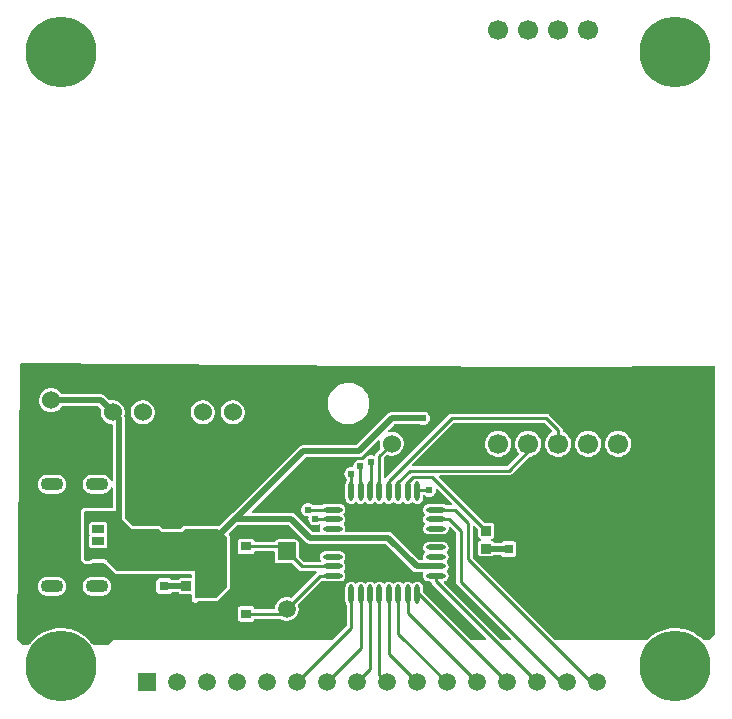
<source format=gtl>
G04 Layer: TopLayer*
G04 EasyEDA v6.5.42, 2024-06-29 11:35:46*
G04 3b8aa43405674a7c8d552062a6d3ea0b,8e72fd04a6c14d66a7e837eb9aaabff2,10*
G04 Gerber Generator version 0.2*
G04 Scale: 100 percent, Rotated: No, Reflected: No *
G04 Dimensions in millimeters *
G04 leading zeros omitted , absolute positions ,4 integer and 5 decimal *
%FSLAX45Y45*%
%MOMM*%

%AMMACRO1*21,1,$1,$2,0,0,$3*%
%ADD10C,0.2500*%
%ADD11C,0.5000*%
%ADD12C,0.2540*%
%ADD13MACRO1,0.864X0.8065X-90.0000*%
%ADD14MACRO1,0.864X0.8065X0.0000*%
%ADD15R,0.8640X0.8065*%
%ADD16R,0.8000X0.8000*%
%ADD17MACRO1,1.728X1.485X0.0000*%
%ADD18R,1.7280X1.4850*%
%ADD19MACRO1,2.7X1.635X0.0000*%
%ADD20R,2.7000X1.6350*%
%ADD21R,1.0000X0.8000*%
%ADD22R,1.0000X0.7000*%
%ADD23R,0.9000X0.8000*%
%ADD24O,0.4500118X1.6500094*%
%ADD25O,1.6500094X0.4500118*%
%ADD26C,1.5240*%
%ADD27R,1.5000X1.5000*%
%ADD28C,1.5000*%
%ADD29C,1.7000*%
%ADD30R,1.4999X1.4999*%
%ADD31C,1.4999*%
%ADD32O,1.8999962X1.0999978000000001*%
%ADD33C,6.0000*%
%ADD34C,0.6200*%
%ADD35C,0.0179*%

%LPD*%
G36*
X1548841Y977595D02*
G01*
X1544370Y977696D01*
X1540408Y979678D01*
X1537665Y983234D01*
X1536700Y987552D01*
X1536700Y1205484D01*
X1535684Y1206500D01*
X880516Y1206500D01*
X876604Y1207262D01*
X873302Y1209497D01*
X790956Y1291844D01*
X787146Y1297432D01*
X783082Y1301496D01*
X778154Y1304594D01*
X772718Y1306474D01*
X766368Y1307185D01*
X667512Y1307185D01*
X661212Y1306474D01*
X655726Y1304594D01*
X650849Y1301496D01*
X647700Y1298397D01*
X644398Y1296162D01*
X640537Y1295400D01*
X613816Y1295400D01*
X609904Y1296162D01*
X606602Y1298397D01*
X599897Y1305102D01*
X597662Y1308404D01*
X596900Y1312316D01*
X596900Y1704339D01*
X597662Y1708251D01*
X599897Y1711502D01*
X603148Y1713738D01*
X607060Y1714500D01*
X891540Y1714500D01*
X895451Y1713738D01*
X898702Y1711502D01*
X900937Y1708251D01*
X901700Y1704339D01*
X901700Y1664716D01*
X902411Y1662988D01*
X1002588Y1562811D01*
X1004316Y1562100D01*
X1227683Y1562100D01*
X1231595Y1561338D01*
X1234897Y1559102D01*
X1256588Y1537411D01*
X1258316Y1536700D01*
X1421384Y1536700D01*
X1423111Y1537411D01*
X1444802Y1559102D01*
X1448104Y1561338D01*
X1452016Y1562100D01*
X1722983Y1562100D01*
X1726895Y1561338D01*
X1730197Y1559102D01*
X1751888Y1537411D01*
X1753616Y1536700D01*
X1761083Y1536700D01*
X1764995Y1535938D01*
X1768297Y1533702D01*
X1800402Y1501597D01*
X1802638Y1498295D01*
X1803400Y1494383D01*
X1803400Y1071016D01*
X1802638Y1067104D01*
X1800402Y1063802D01*
X1717497Y980897D01*
X1714195Y978662D01*
X1710283Y977900D01*
X1550416Y977900D01*
G37*

%LPC*%
G36*
X667512Y1400403D02*
G01*
X766368Y1400403D01*
X772718Y1401114D01*
X778154Y1402994D01*
X783082Y1406093D01*
X787146Y1410208D01*
X790244Y1415084D01*
X792124Y1420571D01*
X792886Y1426870D01*
X792886Y1495704D01*
X792124Y1502054D01*
X790092Y1507947D01*
X789533Y1511300D01*
X790092Y1514652D01*
X792124Y1520545D01*
X792886Y1526895D01*
X792886Y1595729D01*
X792124Y1602028D01*
X790244Y1607515D01*
X787146Y1612392D01*
X783082Y1616506D01*
X778154Y1619605D01*
X772718Y1621485D01*
X766368Y1622196D01*
X667512Y1622196D01*
X661212Y1621485D01*
X655726Y1619605D01*
X650849Y1616506D01*
X646734Y1612392D01*
X643686Y1607515D01*
X641756Y1602028D01*
X641045Y1595729D01*
X641045Y1526895D01*
X641756Y1520545D01*
X643839Y1514652D01*
X644398Y1511300D01*
X643839Y1507947D01*
X641756Y1502054D01*
X641045Y1495704D01*
X641045Y1426870D01*
X641756Y1420571D01*
X643686Y1415084D01*
X646734Y1410208D01*
X650849Y1406093D01*
X655726Y1402994D01*
X661212Y1401114D01*
G37*

%LPD*%
G36*
X4130497Y622300D02*
G01*
X4126636Y623062D01*
X4123334Y625297D01*
X3643731Y1104849D01*
X3641445Y1108354D01*
X3640785Y1112520D01*
X3641801Y1116584D01*
X3644442Y1119835D01*
X3648151Y1121816D01*
X3651250Y1122680D01*
X3659225Y1126693D01*
X3666388Y1132078D01*
X3672382Y1138631D01*
X3677056Y1146251D01*
X3680307Y1154582D01*
X3681933Y1163320D01*
X3681933Y1172260D01*
X3680307Y1181049D01*
X3677056Y1189380D01*
X3672382Y1196949D01*
X3668725Y1200962D01*
X3666744Y1204112D01*
X3666083Y1207820D01*
X3666744Y1211478D01*
X3668725Y1214628D01*
X3672382Y1218641D01*
X3677056Y1226261D01*
X3680307Y1234541D01*
X3681933Y1243330D01*
X3681933Y1252270D01*
X3680307Y1261059D01*
X3677056Y1269339D01*
X3672382Y1276959D01*
X3668725Y1280972D01*
X3666744Y1284122D01*
X3666083Y1287780D01*
X3666744Y1291488D01*
X3668725Y1294638D01*
X3672382Y1298651D01*
X3677056Y1306220D01*
X3680307Y1314551D01*
X3681933Y1323340D01*
X3681933Y1332280D01*
X3680307Y1341018D01*
X3677056Y1349349D01*
X3672382Y1356969D01*
X3668725Y1360932D01*
X3666744Y1364132D01*
X3666083Y1367790D01*
X3666744Y1371447D01*
X3668725Y1374648D01*
X3672382Y1378661D01*
X3677056Y1386230D01*
X3680307Y1394561D01*
X3681933Y1403350D01*
X3681933Y1412240D01*
X3680307Y1421028D01*
X3677056Y1429359D01*
X3672382Y1436928D01*
X3666388Y1443532D01*
X3659225Y1448917D01*
X3651250Y1452880D01*
X3642664Y1455318D01*
X3633317Y1456232D01*
X3514242Y1456232D01*
X3504895Y1455318D01*
X3496310Y1452880D01*
X3488334Y1448917D01*
X3481171Y1443532D01*
X3475177Y1436928D01*
X3470503Y1429359D01*
X3467252Y1421028D01*
X3465626Y1412240D01*
X3465626Y1403350D01*
X3467252Y1394561D01*
X3470503Y1386230D01*
X3475177Y1378661D01*
X3478834Y1374648D01*
X3480815Y1371447D01*
X3481476Y1367790D01*
X3480815Y1364132D01*
X3478834Y1360932D01*
X3475177Y1356969D01*
X3470503Y1349349D01*
X3467252Y1341018D01*
X3465626Y1332280D01*
X3465626Y1323340D01*
X3467252Y1314551D01*
X3468065Y1312519D01*
X3468725Y1308658D01*
X3467912Y1304848D01*
X3465677Y1301597D01*
X3462426Y1299464D01*
X3458565Y1298702D01*
X3438398Y1298702D01*
X3434486Y1299464D01*
X3431235Y1301699D01*
X3209239Y1523644D01*
X3205835Y1526794D01*
X3202279Y1529486D01*
X3198520Y1531874D01*
X3194608Y1533956D01*
X3190494Y1535633D01*
X3186277Y1536954D01*
X3181908Y1537919D01*
X3177540Y1538528D01*
X3172866Y1538732D01*
X2815234Y1538732D01*
X2811373Y1539443D01*
X2808122Y1541627D01*
X2805887Y1544878D01*
X2805074Y1548688D01*
X2805734Y1552549D01*
X2806547Y1554581D01*
X2808173Y1563319D01*
X2808173Y1572260D01*
X2806547Y1581048D01*
X2803296Y1589379D01*
X2798622Y1596948D01*
X2794965Y1600962D01*
X2792984Y1604111D01*
X2792323Y1607820D01*
X2792984Y1611477D01*
X2794965Y1614627D01*
X2798622Y1618640D01*
X2803296Y1626260D01*
X2806547Y1634540D01*
X2808173Y1643329D01*
X2808173Y1652270D01*
X2806547Y1661058D01*
X2803296Y1669338D01*
X2798622Y1676958D01*
X2794965Y1680972D01*
X2792984Y1684121D01*
X2792323Y1687779D01*
X2792984Y1691487D01*
X2794965Y1694637D01*
X2798622Y1698650D01*
X2803296Y1706219D01*
X2806547Y1714550D01*
X2808173Y1723339D01*
X2808173Y1732280D01*
X2806547Y1741017D01*
X2803296Y1749348D01*
X2798622Y1756968D01*
X2792628Y1763522D01*
X2785465Y1768906D01*
X2777490Y1772920D01*
X2768904Y1775358D01*
X2759557Y1776222D01*
X2640482Y1776222D01*
X2631135Y1775358D01*
X2622550Y1772920D01*
X2614574Y1768906D01*
X2610256Y1766316D01*
X2607056Y1765807D01*
X2535021Y1765807D01*
X2531059Y1766620D01*
X2519019Y1775612D01*
X2510383Y1779981D01*
X2501188Y1782775D01*
X2491638Y1784045D01*
X2481986Y1783588D01*
X2472537Y1781556D01*
X2463596Y1778000D01*
X2455367Y1772920D01*
X2448153Y1766570D01*
X2442057Y1759051D01*
X2437384Y1750618D01*
X2434183Y1741525D01*
X2432558Y1732025D01*
X2432558Y1722374D01*
X2434183Y1712874D01*
X2437384Y1703781D01*
X2442057Y1695348D01*
X2448153Y1687830D01*
X2455367Y1681480D01*
X2463596Y1676400D01*
X2472537Y1672843D01*
X2481986Y1670812D01*
X2486964Y1670557D01*
X2491079Y1669491D01*
X2494432Y1666798D01*
X2496362Y1662988D01*
X2496515Y1658721D01*
X2496058Y1655825D01*
X2496058Y1646174D01*
X2497683Y1636674D01*
X2500884Y1627581D01*
X2505557Y1619148D01*
X2511653Y1611630D01*
X2518867Y1605280D01*
X2527096Y1600200D01*
X2536037Y1596644D01*
X2545486Y1594612D01*
X2555138Y1594154D01*
X2564688Y1595424D01*
X2573883Y1598218D01*
X2582926Y1602790D01*
X2586837Y1603857D01*
X2590850Y1603298D01*
X2594356Y1601216D01*
X2596743Y1597964D01*
X2597658Y1594053D01*
X2596997Y1590040D01*
X2593492Y1581048D01*
X2591866Y1572260D01*
X2591866Y1563319D01*
X2593492Y1554581D01*
X2594305Y1552549D01*
X2594965Y1548688D01*
X2594152Y1544878D01*
X2591917Y1541627D01*
X2588666Y1539443D01*
X2584805Y1538732D01*
X2537968Y1538732D01*
X2534107Y1539494D01*
X2530805Y1541678D01*
X2385669Y1686864D01*
X2382215Y1690014D01*
X2378710Y1692706D01*
X2374950Y1695094D01*
X2370988Y1697126D01*
X2366924Y1698853D01*
X2362657Y1700174D01*
X2358339Y1701139D01*
X2353919Y1701698D01*
X2349296Y1701901D01*
X2027021Y1701901D01*
X2023160Y1702663D01*
X2019858Y1704898D01*
X2017623Y1708200D01*
X2016861Y1712061D01*
X2017623Y1715973D01*
X2019858Y1719275D01*
X2469235Y2168601D01*
X2472486Y2170836D01*
X2476398Y2171598D01*
X2922371Y2171649D01*
X2926486Y2170938D01*
X2929382Y2172258D01*
X2934157Y2173325D01*
X2938424Y2174646D01*
X2942488Y2176373D01*
X2946450Y2178405D01*
X2950210Y2180793D01*
X2953715Y2183485D01*
X2957169Y2186635D01*
X3082544Y2312060D01*
X3085998Y2314346D01*
X3090113Y2315057D01*
X3094126Y2314041D01*
X3097377Y2311552D01*
X3099409Y2307945D01*
X3099866Y2303830D01*
X3098393Y2289403D01*
X3098850Y2275789D01*
X3101086Y2262327D01*
X3104337Y2251913D01*
X3104743Y2248306D01*
X3103880Y2244750D01*
X3101797Y2241702D01*
X3070098Y2210003D01*
X3065018Y2203805D01*
X3061462Y2197150D01*
X3059785Y2191664D01*
X3057601Y2187803D01*
X3054045Y2185263D01*
X3049727Y2184450D01*
X3045460Y2185517D01*
X3043783Y2186381D01*
X3034588Y2189175D01*
X3025038Y2190445D01*
X3015386Y2189988D01*
X3005937Y2187956D01*
X2996996Y2184400D01*
X2988767Y2179320D01*
X2981553Y2172970D01*
X2975457Y2165451D01*
X2970784Y2157018D01*
X2969615Y2153666D01*
X2967329Y2150059D01*
X2963824Y2147620D01*
X2959608Y2146909D01*
X2945688Y2151075D01*
X2936036Y2152345D01*
X2931922Y2152192D01*
X2927908Y2152954D01*
X2924911Y2151583D01*
X2917037Y2149856D01*
X2908096Y2146300D01*
X2899867Y2141220D01*
X2892653Y2134870D01*
X2886557Y2127351D01*
X2881884Y2118918D01*
X2878683Y2109825D01*
X2877058Y2100326D01*
X2877058Y2098192D01*
X2876143Y2093975D01*
X2873603Y2090521D01*
X2869844Y2088438D01*
X2865577Y2088083D01*
X2859938Y2088845D01*
X2850286Y2088388D01*
X2840837Y2086356D01*
X2831896Y2082800D01*
X2823667Y2077720D01*
X2816453Y2071370D01*
X2810357Y2063851D01*
X2805684Y2055418D01*
X2802483Y2046325D01*
X2800858Y2036825D01*
X2800858Y2027174D01*
X2802483Y2017674D01*
X2805684Y2008581D01*
X2810357Y2000148D01*
X2816656Y1992426D01*
X2818333Y1989429D01*
X2818892Y1986025D01*
X2818892Y1978914D01*
X2818384Y1975713D01*
X2815793Y1971395D01*
X2811780Y1963420D01*
X2809341Y1954834D01*
X2808478Y1945487D01*
X2808478Y1826412D01*
X2809341Y1817065D01*
X2811780Y1808480D01*
X2815793Y1800504D01*
X2821178Y1793341D01*
X2827731Y1787347D01*
X2835351Y1782673D01*
X2843682Y1779422D01*
X2852420Y1777796D01*
X2861360Y1777796D01*
X2870149Y1779422D01*
X2878480Y1782673D01*
X2886049Y1787347D01*
X2890062Y1791004D01*
X2893212Y1792986D01*
X2896920Y1793646D01*
X2900578Y1792986D01*
X2903728Y1791004D01*
X2907741Y1787347D01*
X2915361Y1782673D01*
X2923641Y1779422D01*
X2932430Y1777796D01*
X2941370Y1777796D01*
X2950159Y1779422D01*
X2958439Y1782673D01*
X2966059Y1787347D01*
X2970072Y1791004D01*
X2973222Y1792986D01*
X2976880Y1793646D01*
X2980588Y1792986D01*
X2983738Y1791004D01*
X2987751Y1787347D01*
X2995320Y1782673D01*
X3003651Y1779422D01*
X3012440Y1777796D01*
X3021380Y1777796D01*
X3030118Y1779422D01*
X3038449Y1782673D01*
X3046069Y1787347D01*
X3050032Y1791004D01*
X3053232Y1792986D01*
X3056890Y1793646D01*
X3060547Y1792986D01*
X3063748Y1791004D01*
X3067761Y1787347D01*
X3075330Y1782673D01*
X3083661Y1779422D01*
X3092450Y1777796D01*
X3101340Y1777796D01*
X3110128Y1779422D01*
X3118459Y1782673D01*
X3126028Y1787347D01*
X3130042Y1791004D01*
X3133242Y1792986D01*
X3136900Y1793646D01*
X3140557Y1792986D01*
X3143758Y1791004D01*
X3147771Y1787347D01*
X3155340Y1782673D01*
X3163671Y1779422D01*
X3172460Y1777796D01*
X3181350Y1777796D01*
X3190138Y1779422D01*
X3198469Y1782673D01*
X3206038Y1787347D01*
X3210052Y1791004D01*
X3213252Y1792986D01*
X3216910Y1793646D01*
X3220567Y1792986D01*
X3223768Y1791004D01*
X3227730Y1787347D01*
X3235350Y1782673D01*
X3243681Y1779422D01*
X3252419Y1777796D01*
X3261360Y1777796D01*
X3270148Y1779422D01*
X3278479Y1782673D01*
X3286048Y1787347D01*
X3290062Y1791004D01*
X3293211Y1792986D01*
X3296920Y1793646D01*
X3300577Y1792986D01*
X3303727Y1791004D01*
X3307740Y1787347D01*
X3315360Y1782673D01*
X3323640Y1779422D01*
X3332429Y1777796D01*
X3341370Y1777796D01*
X3350158Y1779422D01*
X3358438Y1782673D01*
X3366058Y1787347D01*
X3370072Y1791004D01*
X3373221Y1792986D01*
X3376879Y1793646D01*
X3380587Y1792986D01*
X3383737Y1791004D01*
X3387750Y1787347D01*
X3395319Y1782673D01*
X3403650Y1779422D01*
X3412439Y1777796D01*
X3421379Y1777796D01*
X3430117Y1779422D01*
X3438448Y1782673D01*
X3446068Y1787347D01*
X3452622Y1793341D01*
X3458006Y1800504D01*
X3462020Y1808480D01*
X3464458Y1817065D01*
X3465322Y1826412D01*
X3465322Y1840636D01*
X3466033Y1844395D01*
X3468115Y1847646D01*
X3471265Y1849882D01*
X3475024Y1850796D01*
X3478834Y1850186D01*
X3482187Y1848256D01*
X3484067Y1846580D01*
X3492296Y1841500D01*
X3501237Y1837943D01*
X3510686Y1835912D01*
X3520338Y1835454D01*
X3529888Y1836724D01*
X3539083Y1839518D01*
X3547719Y1843887D01*
X3555492Y1849628D01*
X3562146Y1856587D01*
X3567531Y1864563D01*
X3571544Y1873351D01*
X3573932Y1882698D01*
X3574796Y1892300D01*
X3574592Y1894484D01*
X3575050Y1898599D01*
X3577132Y1902104D01*
X3580434Y1904593D01*
X3584397Y1905507D01*
X3588461Y1904796D01*
X3591915Y1902561D01*
X3710787Y1783638D01*
X3712972Y1780387D01*
X3713734Y1776475D01*
X3712972Y1772564D01*
X3710787Y1769313D01*
X3707485Y1767078D01*
X3703574Y1766316D01*
X3666083Y1766316D01*
X3662883Y1766824D01*
X3659225Y1768906D01*
X3651250Y1772920D01*
X3642664Y1775358D01*
X3633317Y1776222D01*
X3514242Y1776222D01*
X3504895Y1775358D01*
X3496310Y1772920D01*
X3488334Y1768906D01*
X3481171Y1763522D01*
X3475177Y1756968D01*
X3470503Y1749348D01*
X3467252Y1741017D01*
X3465626Y1732280D01*
X3465626Y1723339D01*
X3467252Y1714550D01*
X3470503Y1706219D01*
X3475177Y1698650D01*
X3478834Y1694637D01*
X3480815Y1691487D01*
X3481476Y1687779D01*
X3480815Y1684121D01*
X3478834Y1680972D01*
X3475177Y1676958D01*
X3470503Y1669338D01*
X3467252Y1661058D01*
X3465626Y1652270D01*
X3465626Y1643329D01*
X3467252Y1634540D01*
X3470503Y1626260D01*
X3475177Y1618640D01*
X3478834Y1614627D01*
X3480815Y1611477D01*
X3481476Y1607820D01*
X3480815Y1604111D01*
X3478834Y1600962D01*
X3475177Y1596948D01*
X3470503Y1589379D01*
X3467252Y1581048D01*
X3465626Y1572260D01*
X3465626Y1563319D01*
X3467252Y1554581D01*
X3470503Y1546250D01*
X3475177Y1538630D01*
X3481171Y1532077D01*
X3488334Y1526692D01*
X3496310Y1522679D01*
X3504895Y1520240D01*
X3514242Y1519377D01*
X3633317Y1519377D01*
X3642664Y1520240D01*
X3651250Y1522679D01*
X3659225Y1526692D01*
X3666388Y1532077D01*
X3672382Y1538630D01*
X3677056Y1546250D01*
X3680307Y1554581D01*
X3681933Y1563319D01*
X3681933Y1572920D01*
X3682695Y1576832D01*
X3684930Y1580134D01*
X3688232Y1582318D01*
X3692093Y1583080D01*
X3696004Y1582318D01*
X3699306Y1580134D01*
X3742994Y1536395D01*
X3745229Y1533093D01*
X3745992Y1529181D01*
X3745992Y1118108D01*
X3746804Y1110081D01*
X3748989Y1102868D01*
X3752545Y1096162D01*
X3757676Y1089964D01*
X4207967Y639622D01*
X4210151Y636371D01*
X4210913Y632460D01*
X4210151Y628548D01*
X4207967Y625297D01*
X4204665Y623062D01*
X4200753Y622300D01*
G37*

%LPD*%
G36*
X74066Y584200D02*
G01*
X70154Y584962D01*
X66903Y587197D01*
X34798Y619302D01*
X32562Y622604D01*
X31800Y626567D01*
X57048Y2961640D01*
X57861Y2965551D01*
X60096Y2968802D01*
X63398Y2970987D01*
X67310Y2971698D01*
X3067050Y2946400D01*
X4527600Y2933700D01*
X5926988Y2946298D01*
X5930900Y2945536D01*
X5934252Y2943352D01*
X5936488Y2940050D01*
X5937250Y2936138D01*
X5937250Y677316D01*
X5936488Y673404D01*
X5934303Y670102D01*
X5889447Y625297D01*
X5886145Y623062D01*
X5882233Y622300D01*
X5842508Y622300D01*
X5838393Y623163D01*
X5834989Y625652D01*
X5832652Y628192D01*
X5814263Y645566D01*
X5794603Y661416D01*
X5773724Y675741D01*
X5751830Y688340D01*
X5729071Y699262D01*
X5705449Y708355D01*
X5681268Y715619D01*
X5656580Y720953D01*
X5631535Y724357D01*
X5606288Y725830D01*
X5581040Y725373D01*
X5555843Y722934D01*
X5530951Y718515D01*
X5506516Y712216D01*
X5482590Y704037D01*
X5459374Y694029D01*
X5437022Y682244D01*
X5415635Y668782D01*
X5395366Y653694D01*
X5376316Y637082D01*
X5364835Y625348D01*
X5361533Y623112D01*
X5357571Y622300D01*
X4592726Y622300D01*
X4588814Y623062D01*
X4585512Y625297D01*
X3889705Y1321104D01*
X3887470Y1324406D01*
X3886708Y1328318D01*
X3886708Y1583182D01*
X3887470Y1587093D01*
X3889705Y1590395D01*
X3892956Y1592580D01*
X3896868Y1593342D01*
X3900779Y1592580D01*
X3904030Y1590395D01*
X3928414Y1566011D01*
X3930599Y1562709D01*
X3931412Y1558848D01*
X3931412Y1508760D01*
X3932123Y1502460D01*
X3934002Y1496974D01*
X3937101Y1492097D01*
X3941165Y1487982D01*
X3946093Y1484934D01*
X3952138Y1482801D01*
X3955694Y1480667D01*
X3958132Y1477264D01*
X3958945Y1473200D01*
X3958132Y1469136D01*
X3955694Y1465732D01*
X3952138Y1463598D01*
X3946093Y1461465D01*
X3941165Y1458417D01*
X3937101Y1454302D01*
X3934002Y1449425D01*
X3932123Y1443939D01*
X3931412Y1437640D01*
X3931412Y1358138D01*
X3932123Y1351788D01*
X3934002Y1346352D01*
X3937101Y1341424D01*
X3941165Y1337360D01*
X3946093Y1334262D01*
X3951528Y1332331D01*
X3957878Y1331620D01*
X4043121Y1331620D01*
X4049471Y1332331D01*
X4054906Y1334262D01*
X4059834Y1337360D01*
X4061815Y1339392D01*
X4065117Y1341577D01*
X4069029Y1342339D01*
X4121912Y1342339D01*
X4125264Y1341780D01*
X4128262Y1340104D01*
X4130801Y1337157D01*
X4134916Y1333042D01*
X4139793Y1329944D01*
X4145279Y1328064D01*
X4151579Y1327353D01*
X4230420Y1327353D01*
X4236770Y1328064D01*
X4242206Y1329944D01*
X4247134Y1333042D01*
X4251198Y1337157D01*
X4254296Y1342034D01*
X4256227Y1347520D01*
X4256938Y1353820D01*
X4256938Y1432661D01*
X4256227Y1439011D01*
X4254296Y1444447D01*
X4251198Y1449374D01*
X4247134Y1453438D01*
X4242206Y1456537D01*
X4236770Y1458468D01*
X4230420Y1459179D01*
X4151579Y1459179D01*
X4145279Y1458468D01*
X4139793Y1456537D01*
X4134916Y1453438D01*
X4128262Y1446377D01*
X4125264Y1444752D01*
X4121912Y1444142D01*
X4075887Y1444142D01*
X4072534Y1444752D01*
X4069587Y1446377D01*
X4067301Y1448917D01*
X4063898Y1454302D01*
X4059834Y1458417D01*
X4054906Y1461465D01*
X4048861Y1463598D01*
X4045305Y1465732D01*
X4042867Y1469136D01*
X4042054Y1473200D01*
X4042867Y1477264D01*
X4045305Y1480667D01*
X4048861Y1482801D01*
X4054906Y1484934D01*
X4059834Y1487982D01*
X4063898Y1492097D01*
X4066997Y1496974D01*
X4068876Y1502460D01*
X4069587Y1508760D01*
X4069587Y1588262D01*
X4068876Y1594612D01*
X4066997Y1600047D01*
X4063898Y1604975D01*
X4059834Y1609039D01*
X4054906Y1612138D01*
X4049471Y1614068D01*
X4043121Y1614779D01*
X3993083Y1614779D01*
X3989222Y1615541D01*
X3985920Y1617726D01*
X3602177Y2001469D01*
X3599992Y2004720D01*
X3599230Y2008632D01*
X3599992Y2012543D01*
X3602177Y2015794D01*
X3605479Y2018030D01*
X3609390Y2018792D01*
X4190492Y2018792D01*
X4198518Y2019604D01*
X4205732Y2021789D01*
X4212437Y2025345D01*
X4218635Y2030475D01*
X4361129Y2172919D01*
X4363821Y2174900D01*
X4367022Y2175814D01*
X4377283Y2177135D01*
X4391050Y2180742D01*
X4404207Y2186076D01*
X4416602Y2193086D01*
X4427982Y2201570D01*
X4438192Y2211425D01*
X4447032Y2222550D01*
X4454398Y2234692D01*
X4460189Y2247696D01*
X4464202Y2261311D01*
X4466488Y2275332D01*
X4466945Y2289556D01*
X4465574Y2303678D01*
X4462424Y2317546D01*
X4457496Y2330907D01*
X4450943Y2343505D01*
X4442815Y2355138D01*
X4433265Y2365654D01*
X4422444Y2374849D01*
X4410506Y2382621D01*
X4397705Y2388768D01*
X4384243Y2393238D01*
X4370273Y2395982D01*
X4356100Y2396896D01*
X4341926Y2395982D01*
X4327956Y2393238D01*
X4314494Y2388768D01*
X4301693Y2382621D01*
X4289755Y2374849D01*
X4278934Y2365654D01*
X4269384Y2355138D01*
X4261256Y2343505D01*
X4254703Y2330907D01*
X4249775Y2317546D01*
X4246626Y2303678D01*
X4245254Y2289556D01*
X4245711Y2275332D01*
X4247997Y2261311D01*
X4252061Y2247696D01*
X4257802Y2234692D01*
X4265168Y2222550D01*
X4277207Y2207260D01*
X4278020Y2203348D01*
X4277258Y2199386D01*
X4275074Y2196084D01*
X4177995Y2099005D01*
X4174693Y2096770D01*
X4170781Y2096007D01*
X3381654Y2096007D01*
X3377742Y2096770D01*
X3374440Y2099005D01*
X3372256Y2102256D01*
X3371494Y2106168D01*
X3372256Y2110079D01*
X3374440Y2113330D01*
X3721404Y2460294D01*
X3724706Y2462530D01*
X3728618Y2463292D01*
X4488281Y2463292D01*
X4492193Y2462530D01*
X4495495Y2460294D01*
X4557420Y2398369D01*
X4559808Y2394610D01*
X4560366Y2390140D01*
X4558893Y2385872D01*
X4555794Y2382672D01*
X4543755Y2374849D01*
X4532934Y2365654D01*
X4523384Y2355138D01*
X4515256Y2343505D01*
X4508703Y2330907D01*
X4503775Y2317546D01*
X4500626Y2303678D01*
X4499254Y2289556D01*
X4499711Y2275332D01*
X4501997Y2261311D01*
X4506061Y2247696D01*
X4511802Y2234692D01*
X4519168Y2222550D01*
X4528007Y2211425D01*
X4538218Y2201570D01*
X4549597Y2193086D01*
X4561992Y2186076D01*
X4575149Y2180742D01*
X4588916Y2177135D01*
X4602988Y2175357D01*
X4617212Y2175357D01*
X4631283Y2177135D01*
X4645050Y2180742D01*
X4658207Y2186076D01*
X4670602Y2193086D01*
X4681982Y2201570D01*
X4692192Y2211425D01*
X4701032Y2222550D01*
X4708398Y2234692D01*
X4714189Y2247696D01*
X4718202Y2261311D01*
X4720488Y2275332D01*
X4720945Y2289556D01*
X4719574Y2303678D01*
X4716424Y2317546D01*
X4711496Y2330907D01*
X4704943Y2343505D01*
X4696815Y2355138D01*
X4687265Y2365654D01*
X4676444Y2374849D01*
X4664506Y2382621D01*
X4654448Y2387447D01*
X4651400Y2389682D01*
X4649419Y2392883D01*
X4648708Y2396591D01*
X4648708Y2399792D01*
X4647895Y2407818D01*
X4645710Y2415032D01*
X4642154Y2421737D01*
X4637024Y2427935D01*
X4536135Y2528824D01*
X4529937Y2533954D01*
X4523232Y2537510D01*
X4516018Y2539695D01*
X4507992Y2540508D01*
X3708908Y2540508D01*
X3700881Y2539695D01*
X3693668Y2537510D01*
X3686962Y2533954D01*
X3680764Y2528824D01*
X3152648Y2000757D01*
X3149346Y1998522D01*
X3145485Y1997760D01*
X3141573Y1998522D01*
X3138271Y2000757D01*
X3136087Y2004060D01*
X3135325Y2007920D01*
X3135325Y2162352D01*
X3136087Y2166264D01*
X3138271Y2169566D01*
X3156204Y2187448D01*
X3159302Y2189581D01*
X3162960Y2190445D01*
X3166719Y2189886D01*
X3173425Y2187549D01*
X3186785Y2184806D01*
X3200400Y2183892D01*
X3214014Y2184806D01*
X3227374Y2187549D01*
X3240278Y2192020D01*
X3252419Y2198166D01*
X3263646Y2205888D01*
X3273806Y2215032D01*
X3282594Y2225446D01*
X3289909Y2236927D01*
X3295650Y2249322D01*
X3299714Y2262327D01*
X3301949Y2275789D01*
X3302406Y2289403D01*
X3301085Y2302967D01*
X3297885Y2316226D01*
X3293008Y2328976D01*
X3286455Y2340914D01*
X3278378Y2351887D01*
X3268878Y2361692D01*
X3258159Y2370175D01*
X3246424Y2377135D01*
X3233877Y2382418D01*
X3220720Y2386025D01*
X3207207Y2387854D01*
X3193592Y2387854D01*
X3182670Y2386380D01*
X3178505Y2386685D01*
X3174796Y2388666D01*
X3172206Y2391968D01*
X3171190Y2396032D01*
X3171850Y2400147D01*
X3174136Y2403652D01*
X3218535Y2448001D01*
X3221786Y2450236D01*
X3225698Y2450998D01*
X3439820Y2450998D01*
X3443630Y2450236D01*
X3450437Y2447544D01*
X3459886Y2445512D01*
X3469538Y2445054D01*
X3479088Y2446324D01*
X3488283Y2449118D01*
X3496919Y2453487D01*
X3504692Y2459228D01*
X3511346Y2466187D01*
X3516731Y2474163D01*
X3520744Y2482951D01*
X3523132Y2492298D01*
X3523996Y2501900D01*
X3523132Y2511501D01*
X3520744Y2520848D01*
X3516731Y2529636D01*
X3511346Y2537612D01*
X3504692Y2544572D01*
X3496919Y2550312D01*
X3488283Y2554681D01*
X3479088Y2557475D01*
X3469538Y2558745D01*
X3459886Y2558288D01*
X3450437Y2556256D01*
X3443630Y2553563D01*
X3439820Y2552801D01*
X3200603Y2552801D01*
X3195980Y2552598D01*
X3191560Y2552039D01*
X3187242Y2551074D01*
X3182975Y2549753D01*
X3178911Y2548026D01*
X3174949Y2545994D01*
X3171190Y2543606D01*
X3167684Y2540914D01*
X3164230Y2537764D01*
X2902864Y2276398D01*
X2899613Y2274163D01*
X2895701Y2273401D01*
X2451303Y2273401D01*
X2446680Y2273198D01*
X2442260Y2272639D01*
X2437942Y2271674D01*
X2433675Y2270353D01*
X2429611Y2268626D01*
X2425649Y2266594D01*
X2421890Y2264206D01*
X2418384Y2261514D01*
X2414930Y2258364D01*
X1856130Y1699514D01*
X1853438Y1697583D01*
X1848205Y1695043D01*
X1844548Y1692706D01*
X1841042Y1690014D01*
X1837588Y1686864D01*
X1741068Y1590294D01*
X1737309Y1587906D01*
X1732838Y1587398D01*
X1726692Y1588008D01*
X1448104Y1588008D01*
X1442059Y1587347D01*
X1436573Y1585417D01*
X1431645Y1582318D01*
X1429258Y1580235D01*
X1414627Y1565605D01*
X1411325Y1563370D01*
X1407464Y1562608D01*
X1272235Y1562608D01*
X1268374Y1563370D01*
X1265072Y1565605D01*
X1250442Y1580235D01*
X1245666Y1584045D01*
X1240434Y1586534D01*
X1234795Y1587804D01*
X1231595Y1588008D01*
X1018235Y1588008D01*
X1014374Y1588770D01*
X1011072Y1591005D01*
X942898Y1659178D01*
X940663Y1662430D01*
X939901Y1666341D01*
X939901Y2501696D01*
X939698Y2506319D01*
X939139Y2510739D01*
X938174Y2515057D01*
X936599Y2519883D01*
X936142Y2522626D01*
X936396Y2525369D01*
X938885Y2535732D01*
X940206Y2549296D01*
X939749Y2562910D01*
X937514Y2576372D01*
X933450Y2589377D01*
X927709Y2601772D01*
X920394Y2613253D01*
X911606Y2623667D01*
X901446Y2632811D01*
X890219Y2640533D01*
X878078Y2646680D01*
X865174Y2651150D01*
X851814Y2653893D01*
X838200Y2654808D01*
X824585Y2653893D01*
X817016Y2652318D01*
X813663Y2652217D01*
X810514Y2653182D01*
X807770Y2655112D01*
X772769Y2690164D01*
X769315Y2693314D01*
X765810Y2696006D01*
X762050Y2698394D01*
X758088Y2700426D01*
X754024Y2702153D01*
X749757Y2703474D01*
X745439Y2704439D01*
X741019Y2704998D01*
X736396Y2705201D01*
X411632Y2705201D01*
X408533Y2705709D01*
X405688Y2707132D01*
X403453Y2709316D01*
X395478Y2720187D01*
X385978Y2729992D01*
X375259Y2738475D01*
X363524Y2745435D01*
X350977Y2750718D01*
X337820Y2754325D01*
X324307Y2756154D01*
X310692Y2756154D01*
X297180Y2754325D01*
X284022Y2750718D01*
X271475Y2745435D01*
X259740Y2738475D01*
X249021Y2729992D01*
X239521Y2720187D01*
X231444Y2709214D01*
X224891Y2697276D01*
X220014Y2684526D01*
X216814Y2671267D01*
X215493Y2657703D01*
X215950Y2644089D01*
X218186Y2630627D01*
X222250Y2617622D01*
X227990Y2605227D01*
X235305Y2593746D01*
X244094Y2583332D01*
X254254Y2574188D01*
X265480Y2566466D01*
X277622Y2560320D01*
X290525Y2555849D01*
X303885Y2553106D01*
X317500Y2552192D01*
X331114Y2553106D01*
X344474Y2555849D01*
X357378Y2560320D01*
X369519Y2566466D01*
X380746Y2574188D01*
X390906Y2583332D01*
X399694Y2593746D01*
X402844Y2598674D01*
X405130Y2601214D01*
X408076Y2602839D01*
X411429Y2603398D01*
X711301Y2603398D01*
X715213Y2602636D01*
X718464Y2600401D01*
X735736Y2583180D01*
X737616Y2580589D01*
X738581Y2577541D01*
X738530Y2574290D01*
X736650Y2562910D01*
X736193Y2549296D01*
X737514Y2535732D01*
X740714Y2522474D01*
X745591Y2509723D01*
X752144Y2497785D01*
X760222Y2486812D01*
X769721Y2477008D01*
X780440Y2468524D01*
X792175Y2461564D01*
X804722Y2456281D01*
X817880Y2452674D01*
X829310Y2451100D01*
X832764Y2449982D01*
X835558Y2447747D01*
X837437Y2444648D01*
X838098Y2441041D01*
X838098Y1979422D01*
X837285Y1975459D01*
X835050Y1972157D01*
X831697Y1969973D01*
X827735Y1969262D01*
X823823Y1970125D01*
X820521Y1972462D01*
X812495Y1987042D01*
X805586Y1996287D01*
X797407Y2004415D01*
X788162Y2011324D01*
X778052Y2016861D01*
X767232Y2020925D01*
X755954Y2023364D01*
X744067Y2024227D01*
X664819Y2024227D01*
X652932Y2023364D01*
X641654Y2020925D01*
X630834Y2016861D01*
X620725Y2011324D01*
X611479Y2004415D01*
X603351Y1996287D01*
X596392Y1987042D01*
X590905Y1976882D01*
X586841Y1966112D01*
X584403Y1954834D01*
X583590Y1943303D01*
X584403Y1931771D01*
X586841Y1920493D01*
X590905Y1909724D01*
X596392Y1899564D01*
X603351Y1890318D01*
X611479Y1882190D01*
X620725Y1875282D01*
X630834Y1869744D01*
X641654Y1865680D01*
X652932Y1863242D01*
X664819Y1862378D01*
X744067Y1862378D01*
X755954Y1863242D01*
X767232Y1865680D01*
X778052Y1869744D01*
X788162Y1875282D01*
X797407Y1882190D01*
X805586Y1890318D01*
X812495Y1899564D01*
X820521Y1914143D01*
X823823Y1916480D01*
X827735Y1917344D01*
X831697Y1916633D01*
X835050Y1914448D01*
X837285Y1911146D01*
X838098Y1907184D01*
X838098Y1750568D01*
X837336Y1746656D01*
X835101Y1743405D01*
X831799Y1741170D01*
X827938Y1740407D01*
X597458Y1740407D01*
X591159Y1739696D01*
X585673Y1737766D01*
X580796Y1734718D01*
X576681Y1730603D01*
X573633Y1725726D01*
X571703Y1720240D01*
X570992Y1713941D01*
X570992Y1308404D01*
X571652Y1302359D01*
X573582Y1296873D01*
X576681Y1291945D01*
X578764Y1289558D01*
X591058Y1277264D01*
X595833Y1273454D01*
X601065Y1270965D01*
X606704Y1269695D01*
X609904Y1269492D01*
X772464Y1269492D01*
X776325Y1268730D01*
X779627Y1266494D01*
X857758Y1188364D01*
X862533Y1184554D01*
X867765Y1182065D01*
X873404Y1180795D01*
X876604Y1180592D01*
X1500632Y1180592D01*
X1504543Y1179830D01*
X1507794Y1177594D01*
X1510030Y1174343D01*
X1510792Y1170432D01*
X1510792Y1158748D01*
X1510030Y1154887D01*
X1507794Y1151585D01*
X1504543Y1149400D01*
X1500632Y1148588D01*
X1421638Y1148588D01*
X1415288Y1147876D01*
X1409852Y1145997D01*
X1404924Y1142898D01*
X1400860Y1138834D01*
X1398574Y1135176D01*
X1396288Y1132636D01*
X1393291Y1130960D01*
X1389938Y1130401D01*
X1342847Y1130401D01*
X1339494Y1130960D01*
X1336497Y1132636D01*
X1333957Y1135634D01*
X1329842Y1139698D01*
X1324965Y1142796D01*
X1319479Y1144727D01*
X1313180Y1145438D01*
X1234338Y1145438D01*
X1227988Y1144727D01*
X1222552Y1142796D01*
X1217625Y1139698D01*
X1213561Y1135634D01*
X1210462Y1130706D01*
X1208532Y1125270D01*
X1207820Y1118920D01*
X1207820Y1040079D01*
X1208532Y1033780D01*
X1210462Y1028293D01*
X1213561Y1023416D01*
X1217625Y1019302D01*
X1222552Y1016203D01*
X1227988Y1014323D01*
X1234338Y1013612D01*
X1313180Y1013612D01*
X1319479Y1014323D01*
X1324965Y1016203D01*
X1329842Y1019302D01*
X1336497Y1026363D01*
X1339494Y1028039D01*
X1342847Y1028598D01*
X1389938Y1028598D01*
X1393291Y1028039D01*
X1396288Y1026363D01*
X1398574Y1023823D01*
X1400860Y1020165D01*
X1404924Y1016101D01*
X1409852Y1013002D01*
X1415288Y1011123D01*
X1421638Y1010412D01*
X1500632Y1010412D01*
X1504543Y1009599D01*
X1507794Y1007414D01*
X1510030Y1004112D01*
X1510792Y1000252D01*
X1510792Y965504D01*
X1511452Y959459D01*
X1513382Y953973D01*
X1516481Y949045D01*
X1520545Y944981D01*
X1525473Y941882D01*
X1530959Y939952D01*
X1533499Y939495D01*
X1539900Y939495D01*
X1545234Y940765D01*
X1550466Y943254D01*
X1552752Y944880D01*
X1557375Y949248D01*
X1560626Y951280D01*
X1564335Y951992D01*
X1714195Y951992D01*
X1720240Y952652D01*
X1725726Y954582D01*
X1730654Y957681D01*
X1733042Y959764D01*
X1821535Y1048258D01*
X1825345Y1053033D01*
X1827834Y1058265D01*
X1829104Y1063904D01*
X1829307Y1067104D01*
X1829307Y1498295D01*
X1828647Y1504340D01*
X1826768Y1509725D01*
X1824634Y1513382D01*
X1823313Y1517599D01*
X1823923Y1521968D01*
X1826260Y1525676D01*
X1897735Y1597101D01*
X1900986Y1599336D01*
X1904898Y1600098D01*
X2324201Y1600098D01*
X2328113Y1599336D01*
X2331364Y1597101D01*
X2476550Y1451965D01*
X2479954Y1448816D01*
X2483510Y1446123D01*
X2487269Y1443736D01*
X2491181Y1441653D01*
X2495296Y1439976D01*
X2499512Y1438656D01*
X2503881Y1437690D01*
X2508250Y1437081D01*
X2512923Y1436878D01*
X3147822Y1436878D01*
X3151682Y1436116D01*
X3154984Y1433931D01*
X3376929Y1211935D01*
X3380384Y1208786D01*
X3383889Y1206093D01*
X3387648Y1203706D01*
X3391611Y1201674D01*
X3395675Y1199946D01*
X3399942Y1198626D01*
X3404260Y1197660D01*
X3408679Y1197102D01*
X3413302Y1196898D01*
X3458565Y1196898D01*
X3462426Y1196136D01*
X3465677Y1194003D01*
X3467912Y1190752D01*
X3468725Y1186942D01*
X3468065Y1183081D01*
X3467252Y1181049D01*
X3465626Y1172260D01*
X3465626Y1163320D01*
X3467252Y1154582D01*
X3470503Y1146251D01*
X3475177Y1138631D01*
X3481171Y1132078D01*
X3488334Y1126693D01*
X3496310Y1122680D01*
X3504895Y1120241D01*
X3514242Y1119378D01*
X3526383Y1119378D01*
X3530600Y1118463D01*
X3534054Y1115923D01*
X3536137Y1112164D01*
X3538169Y1105458D01*
X3541725Y1098804D01*
X3546856Y1092555D01*
X3999737Y639622D01*
X4001973Y636371D01*
X4002735Y632460D01*
X4001973Y628548D01*
X3999737Y625297D01*
X3996436Y623062D01*
X3992575Y622300D01*
X3876497Y622300D01*
X3872636Y623062D01*
X3869334Y625297D01*
X3468268Y1026312D01*
X3466084Y1029614D01*
X3465322Y1033475D01*
X3465322Y1069187D01*
X3464458Y1078534D01*
X3462020Y1087120D01*
X3458006Y1095095D01*
X3452622Y1102258D01*
X3446068Y1108252D01*
X3438448Y1112926D01*
X3430117Y1116177D01*
X3421379Y1117803D01*
X3412439Y1117803D01*
X3403650Y1116177D01*
X3395319Y1112926D01*
X3387750Y1108252D01*
X3383737Y1104595D01*
X3380587Y1102614D01*
X3376879Y1101953D01*
X3373221Y1102614D01*
X3370072Y1104595D01*
X3366058Y1108252D01*
X3358438Y1112926D01*
X3350158Y1116177D01*
X3341370Y1117803D01*
X3332429Y1117803D01*
X3323640Y1116177D01*
X3315360Y1112926D01*
X3307740Y1108252D01*
X3303727Y1104595D01*
X3300577Y1102614D01*
X3296920Y1101953D01*
X3293211Y1102614D01*
X3290062Y1104595D01*
X3286048Y1108252D01*
X3278479Y1112926D01*
X3270148Y1116177D01*
X3261360Y1117803D01*
X3252419Y1117803D01*
X3243681Y1116177D01*
X3235350Y1112926D01*
X3227730Y1108252D01*
X3223768Y1104595D01*
X3220567Y1102614D01*
X3216910Y1101953D01*
X3213252Y1102614D01*
X3210052Y1104595D01*
X3206038Y1108252D01*
X3198469Y1112926D01*
X3190138Y1116177D01*
X3181350Y1117803D01*
X3172460Y1117803D01*
X3163671Y1116177D01*
X3155340Y1112926D01*
X3147771Y1108252D01*
X3143758Y1104595D01*
X3140557Y1102614D01*
X3136900Y1101953D01*
X3133242Y1102614D01*
X3130042Y1104595D01*
X3126028Y1108252D01*
X3118459Y1112926D01*
X3110128Y1116177D01*
X3101340Y1117803D01*
X3092450Y1117803D01*
X3083661Y1116177D01*
X3075330Y1112926D01*
X3067761Y1108252D01*
X3063748Y1104595D01*
X3060547Y1102614D01*
X3056890Y1101953D01*
X3053232Y1102614D01*
X3050032Y1104595D01*
X3046069Y1108252D01*
X3038449Y1112926D01*
X3030118Y1116177D01*
X3021380Y1117803D01*
X3012440Y1117803D01*
X3003651Y1116177D01*
X2995320Y1112926D01*
X2987751Y1108252D01*
X2983738Y1104595D01*
X2980588Y1102614D01*
X2976880Y1101953D01*
X2973222Y1102614D01*
X2970072Y1104595D01*
X2966059Y1108252D01*
X2958439Y1112926D01*
X2950159Y1116177D01*
X2941370Y1117803D01*
X2932430Y1117803D01*
X2923641Y1116177D01*
X2915361Y1112926D01*
X2907741Y1108252D01*
X2903728Y1104595D01*
X2900578Y1102614D01*
X2896920Y1101953D01*
X2893212Y1102614D01*
X2890062Y1104595D01*
X2886049Y1108252D01*
X2878480Y1112926D01*
X2870149Y1116177D01*
X2861360Y1117803D01*
X2852420Y1117803D01*
X2843682Y1116177D01*
X2835351Y1112926D01*
X2827731Y1108252D01*
X2821178Y1102258D01*
X2815793Y1095095D01*
X2811780Y1087120D01*
X2809341Y1078534D01*
X2808478Y1069187D01*
X2808478Y950112D01*
X2809341Y940765D01*
X2811780Y932180D01*
X2817774Y920699D01*
X2818282Y917448D01*
X2818282Y748487D01*
X2817520Y744626D01*
X2815285Y741324D01*
X2699258Y625297D01*
X2695956Y623062D01*
X2692095Y622300D01*
X845566Y622300D01*
X843838Y621588D01*
X809447Y587197D01*
X806145Y584962D01*
X802233Y584200D01*
X674116Y584200D01*
X670814Y584758D01*
X667867Y586333D01*
X665124Y589534D01*
X649630Y609498D01*
X632663Y628192D01*
X614273Y645566D01*
X594614Y661416D01*
X573735Y675741D01*
X551840Y688340D01*
X529082Y699262D01*
X505459Y708355D01*
X481279Y715619D01*
X456590Y720953D01*
X431546Y724357D01*
X406298Y725830D01*
X381050Y725373D01*
X355854Y722934D01*
X330962Y718515D01*
X306527Y712216D01*
X282600Y704037D01*
X259384Y694029D01*
X237032Y682244D01*
X215646Y668782D01*
X195376Y653694D01*
X176326Y637082D01*
X158648Y618998D01*
X142392Y599643D01*
X134366Y588467D01*
X132130Y586181D01*
X129285Y584708D01*
X126136Y584200D01*
G37*

%LPC*%
G36*
X1924050Y778510D02*
G01*
X2012950Y778510D01*
X2019249Y779221D01*
X2024735Y781100D01*
X2029612Y784199D01*
X2033727Y788314D01*
X2036775Y793191D01*
X2038807Y798982D01*
X2040940Y802538D01*
X2044344Y804976D01*
X2048408Y805789D01*
X2247900Y805789D01*
X2250897Y805332D01*
X2253640Y804011D01*
X2259990Y799642D01*
X2272030Y793597D01*
X2284730Y789178D01*
X2297938Y786485D01*
X2311400Y785571D01*
X2324862Y786485D01*
X2338070Y789178D01*
X2350770Y793597D01*
X2362809Y799642D01*
X2373934Y807262D01*
X2383942Y816305D01*
X2392629Y826617D01*
X2399893Y837996D01*
X2405532Y850188D01*
X2409545Y863092D01*
X2411780Y876350D01*
X2412238Y889812D01*
X2410866Y903224D01*
X2407767Y916330D01*
X2406853Y918768D01*
X2406142Y922578D01*
X2406954Y926388D01*
X2409139Y929589D01*
X2603804Y1124305D01*
X2607360Y1126591D01*
X2611475Y1127252D01*
X2615539Y1126185D01*
X2622550Y1122680D01*
X2631135Y1120241D01*
X2640482Y1119378D01*
X2759557Y1119378D01*
X2768904Y1120241D01*
X2777490Y1122680D01*
X2785465Y1126693D01*
X2792628Y1132078D01*
X2798622Y1138631D01*
X2803296Y1146251D01*
X2806547Y1154582D01*
X2808173Y1163320D01*
X2808173Y1172260D01*
X2806547Y1181049D01*
X2803296Y1189380D01*
X2798622Y1196949D01*
X2794965Y1200962D01*
X2792984Y1204112D01*
X2792323Y1207820D01*
X2792984Y1211478D01*
X2794965Y1214628D01*
X2798622Y1218641D01*
X2803296Y1226261D01*
X2806547Y1234541D01*
X2808173Y1243330D01*
X2808173Y1252270D01*
X2806547Y1261059D01*
X2803296Y1269339D01*
X2798622Y1276959D01*
X2794965Y1280972D01*
X2792984Y1284122D01*
X2792323Y1287780D01*
X2792984Y1291488D01*
X2794965Y1294638D01*
X2798622Y1298651D01*
X2803296Y1306220D01*
X2806547Y1314551D01*
X2808173Y1323340D01*
X2808173Y1332280D01*
X2806547Y1341018D01*
X2803296Y1349349D01*
X2798622Y1356969D01*
X2792628Y1363522D01*
X2785465Y1368907D01*
X2777490Y1372920D01*
X2768904Y1375359D01*
X2759557Y1376222D01*
X2640482Y1376222D01*
X2631135Y1375359D01*
X2622550Y1372920D01*
X2614574Y1368907D01*
X2607411Y1363522D01*
X2601417Y1356969D01*
X2596743Y1349349D01*
X2593492Y1341018D01*
X2591866Y1332280D01*
X2591866Y1323340D01*
X2593492Y1314551D01*
X2596743Y1306220D01*
X2599385Y1301902D01*
X2600858Y1297889D01*
X2600502Y1293622D01*
X2598420Y1289862D01*
X2594965Y1287322D01*
X2590749Y1286408D01*
X2457958Y1286408D01*
X2454046Y1287170D01*
X2450744Y1289405D01*
X2415286Y1324864D01*
X2413101Y1328166D01*
X2412288Y1332026D01*
X2412288Y1448562D01*
X2411577Y1454912D01*
X2409698Y1460347D01*
X2406599Y1465275D01*
X2402535Y1469339D01*
X2397607Y1472438D01*
X2392172Y1474317D01*
X2385822Y1475028D01*
X2236978Y1475028D01*
X2230628Y1474317D01*
X2225192Y1472438D01*
X2220264Y1469339D01*
X2216200Y1465275D01*
X2212644Y1459585D01*
X2210358Y1457045D01*
X2207361Y1455369D01*
X2204008Y1454810D01*
X2048408Y1454810D01*
X2044344Y1455674D01*
X2040940Y1458061D01*
X2038807Y1461617D01*
X2036775Y1467408D01*
X2033727Y1472285D01*
X2029612Y1476400D01*
X2024735Y1479499D01*
X2019249Y1481378D01*
X2012950Y1482090D01*
X1924050Y1482090D01*
X1917750Y1481378D01*
X1912264Y1479499D01*
X1907387Y1476400D01*
X1903272Y1472285D01*
X1900224Y1467408D01*
X1898294Y1461922D01*
X1897583Y1455623D01*
X1897583Y1376781D01*
X1898294Y1370431D01*
X1900224Y1364996D01*
X1903272Y1360068D01*
X1907387Y1356004D01*
X1912264Y1352905D01*
X1917750Y1350975D01*
X1924050Y1350264D01*
X2012950Y1350264D01*
X2019249Y1350975D01*
X2024735Y1352905D01*
X2029612Y1356004D01*
X2033727Y1360068D01*
X2036775Y1364996D01*
X2038807Y1370787D01*
X2040940Y1374343D01*
X2044344Y1376730D01*
X2048408Y1377594D01*
X2200351Y1377594D01*
X2204212Y1376832D01*
X2207514Y1374597D01*
X2209698Y1371346D01*
X2210511Y1367434D01*
X2210511Y1299718D01*
X2211222Y1293368D01*
X2213102Y1287932D01*
X2216200Y1283004D01*
X2220264Y1278940D01*
X2225192Y1275842D01*
X2230628Y1273962D01*
X2236978Y1273251D01*
X2353513Y1273251D01*
X2357374Y1272438D01*
X2360676Y1270254D01*
X2410104Y1220876D01*
X2416302Y1215745D01*
X2423007Y1212189D01*
X2430221Y1210005D01*
X2438247Y1209192D01*
X2554986Y1209192D01*
X2558897Y1208430D01*
X2562199Y1206195D01*
X2564384Y1202944D01*
X2565146Y1199032D01*
X2564384Y1195120D01*
X2562199Y1191869D01*
X2354630Y984300D01*
X2351735Y982268D01*
X2348280Y981354D01*
X2344775Y981710D01*
X2331516Y985316D01*
X2318156Y987094D01*
X2304643Y987094D01*
X2291283Y985316D01*
X2278329Y981760D01*
X2265883Y976477D01*
X2254300Y969619D01*
X2243734Y961288D01*
X2234336Y951585D01*
X2226360Y940765D01*
X2219909Y928928D01*
X2215032Y916330D01*
X2211933Y903224D01*
X2210816Y892149D01*
X2209749Y888593D01*
X2207514Y885647D01*
X2204364Y883716D01*
X2200706Y883005D01*
X2048408Y883005D01*
X2044344Y883869D01*
X2040940Y886256D01*
X2038807Y889812D01*
X2036775Y895603D01*
X2033727Y900531D01*
X2029612Y904595D01*
X2024735Y907694D01*
X2019249Y909624D01*
X2012950Y910336D01*
X1924050Y910336D01*
X1917750Y909624D01*
X1912264Y907694D01*
X1907387Y904595D01*
X1903272Y900531D01*
X1900224Y895603D01*
X1898294Y890168D01*
X1897583Y883818D01*
X1897583Y804976D01*
X1898294Y798677D01*
X1900224Y793191D01*
X1903272Y788314D01*
X1907387Y784199D01*
X1912264Y781100D01*
X1917750Y779221D01*
G37*
G36*
X284835Y998372D02*
G01*
X364083Y998372D01*
X375970Y999236D01*
X387248Y1001674D01*
X398068Y1005738D01*
X408178Y1011275D01*
X417423Y1018184D01*
X425602Y1026363D01*
X432511Y1035558D01*
X438048Y1045718D01*
X442061Y1056538D01*
X444500Y1067816D01*
X445312Y1079296D01*
X444500Y1090828D01*
X442061Y1102106D01*
X438048Y1112926D01*
X432511Y1123035D01*
X425602Y1132281D01*
X417423Y1140409D01*
X408178Y1147368D01*
X398068Y1152855D01*
X387248Y1156919D01*
X375970Y1159357D01*
X364083Y1160221D01*
X284835Y1160221D01*
X272948Y1159357D01*
X261670Y1156919D01*
X250850Y1152855D01*
X240741Y1147368D01*
X231495Y1140409D01*
X223316Y1132281D01*
X216408Y1123035D01*
X210870Y1112926D01*
X206857Y1102106D01*
X204419Y1090828D01*
X203555Y1079296D01*
X204419Y1067816D01*
X206857Y1056538D01*
X210870Y1045718D01*
X216408Y1035558D01*
X223316Y1026363D01*
X231495Y1018184D01*
X240741Y1011275D01*
X250850Y1005738D01*
X261670Y1001674D01*
X272948Y999236D01*
G37*
G36*
X664819Y998372D02*
G01*
X744067Y998372D01*
X755954Y999236D01*
X767232Y1001674D01*
X778052Y1005738D01*
X788162Y1011275D01*
X797407Y1018184D01*
X805586Y1026363D01*
X812495Y1035558D01*
X818032Y1045718D01*
X822045Y1056538D01*
X824534Y1067816D01*
X825347Y1079296D01*
X824534Y1090828D01*
X822045Y1102106D01*
X818032Y1112926D01*
X812495Y1123035D01*
X805586Y1132281D01*
X797407Y1140409D01*
X788162Y1147368D01*
X778052Y1152855D01*
X767232Y1156919D01*
X755954Y1159357D01*
X744067Y1160221D01*
X664819Y1160221D01*
X652932Y1159357D01*
X641654Y1156919D01*
X630834Y1152855D01*
X620725Y1147368D01*
X611479Y1140409D01*
X603351Y1132281D01*
X596392Y1123035D01*
X590905Y1112926D01*
X586841Y1102106D01*
X584403Y1090828D01*
X583590Y1079296D01*
X584403Y1067816D01*
X586841Y1056538D01*
X590905Y1045718D01*
X596392Y1035558D01*
X603351Y1026363D01*
X611479Y1018184D01*
X620725Y1011275D01*
X630834Y1005738D01*
X641654Y1001674D01*
X652932Y999236D01*
G37*
G36*
X284835Y1862378D02*
G01*
X364083Y1862378D01*
X375970Y1863242D01*
X387248Y1865680D01*
X398068Y1869744D01*
X408178Y1875282D01*
X417423Y1882190D01*
X425602Y1890318D01*
X432511Y1899564D01*
X438048Y1909724D01*
X442061Y1920493D01*
X444500Y1931771D01*
X445312Y1943303D01*
X444500Y1954834D01*
X442061Y1966112D01*
X438048Y1976882D01*
X432511Y1987042D01*
X425602Y1996287D01*
X417423Y2004415D01*
X408178Y2011324D01*
X398068Y2016861D01*
X387248Y2020925D01*
X375970Y2023364D01*
X364083Y2024227D01*
X284835Y2024227D01*
X272948Y2023364D01*
X261670Y2020925D01*
X250850Y2016861D01*
X240741Y2011324D01*
X231495Y2004415D01*
X223316Y1996287D01*
X216408Y1987042D01*
X210870Y1976882D01*
X206857Y1966112D01*
X204419Y1954834D01*
X203555Y1943303D01*
X204419Y1931771D01*
X206857Y1920493D01*
X210870Y1909724D01*
X216408Y1899564D01*
X223316Y1890318D01*
X231495Y1882190D01*
X240741Y1875282D01*
X250850Y1869744D01*
X261670Y1865680D01*
X272948Y1863242D01*
G37*
G36*
X4856988Y2175357D02*
G01*
X4871212Y2175357D01*
X4885283Y2177135D01*
X4899050Y2180742D01*
X4912207Y2186076D01*
X4924602Y2193086D01*
X4935982Y2201570D01*
X4946192Y2211425D01*
X4955032Y2222550D01*
X4962398Y2234692D01*
X4968189Y2247696D01*
X4972202Y2261311D01*
X4974488Y2275332D01*
X4974945Y2289556D01*
X4973574Y2303678D01*
X4970424Y2317546D01*
X4965496Y2330907D01*
X4958943Y2343505D01*
X4950815Y2355138D01*
X4941265Y2365654D01*
X4930444Y2374849D01*
X4918506Y2382621D01*
X4905705Y2388768D01*
X4892243Y2393238D01*
X4878273Y2395982D01*
X4864100Y2396896D01*
X4849926Y2395982D01*
X4835956Y2393238D01*
X4822494Y2388768D01*
X4809693Y2382621D01*
X4797755Y2374849D01*
X4786934Y2365654D01*
X4777384Y2355138D01*
X4769256Y2343505D01*
X4762703Y2330907D01*
X4757775Y2317546D01*
X4754626Y2303678D01*
X4753254Y2289556D01*
X4753711Y2275332D01*
X4755997Y2261311D01*
X4760061Y2247696D01*
X4765802Y2234692D01*
X4773168Y2222550D01*
X4782007Y2211425D01*
X4792218Y2201570D01*
X4803597Y2193086D01*
X4815992Y2186076D01*
X4829149Y2180742D01*
X4842916Y2177135D01*
G37*
G36*
X5110988Y2175357D02*
G01*
X5125212Y2175357D01*
X5139283Y2177135D01*
X5153050Y2180742D01*
X5166207Y2186076D01*
X5178602Y2193086D01*
X5189982Y2201570D01*
X5200192Y2211425D01*
X5209032Y2222550D01*
X5216398Y2234692D01*
X5222189Y2247696D01*
X5226202Y2261311D01*
X5228488Y2275332D01*
X5228945Y2289556D01*
X5227574Y2303678D01*
X5224424Y2317546D01*
X5219496Y2330907D01*
X5212943Y2343505D01*
X5204815Y2355138D01*
X5195265Y2365654D01*
X5184444Y2374849D01*
X5172506Y2382621D01*
X5159705Y2388768D01*
X5146243Y2393238D01*
X5132273Y2395982D01*
X5118100Y2396896D01*
X5103926Y2395982D01*
X5089956Y2393238D01*
X5076494Y2388768D01*
X5063693Y2382621D01*
X5051755Y2374849D01*
X5040934Y2365654D01*
X5031384Y2355138D01*
X5023256Y2343505D01*
X5016703Y2330907D01*
X5011775Y2317546D01*
X5008626Y2303678D01*
X5007254Y2289556D01*
X5007711Y2275332D01*
X5009997Y2261311D01*
X5014061Y2247696D01*
X5019802Y2234692D01*
X5027168Y2222550D01*
X5036007Y2211425D01*
X5046218Y2201570D01*
X5057597Y2193086D01*
X5069992Y2186076D01*
X5083149Y2180742D01*
X5096916Y2177135D01*
G37*
G36*
X4094987Y2175357D02*
G01*
X4109212Y2175357D01*
X4123283Y2177135D01*
X4137050Y2180742D01*
X4150207Y2186076D01*
X4162602Y2193086D01*
X4173982Y2201570D01*
X4184192Y2211425D01*
X4193032Y2222550D01*
X4200398Y2234692D01*
X4206189Y2247696D01*
X4210202Y2261311D01*
X4212488Y2275332D01*
X4212945Y2289556D01*
X4211574Y2303678D01*
X4208424Y2317546D01*
X4203496Y2330907D01*
X4196943Y2343505D01*
X4188815Y2355138D01*
X4179265Y2365654D01*
X4168444Y2374849D01*
X4156506Y2382621D01*
X4143705Y2388768D01*
X4130243Y2393238D01*
X4116273Y2395982D01*
X4102100Y2396896D01*
X4087926Y2395982D01*
X4073956Y2393238D01*
X4060494Y2388768D01*
X4047693Y2382621D01*
X4035755Y2374849D01*
X4024934Y2365654D01*
X4015384Y2355138D01*
X4007256Y2343505D01*
X4000703Y2330907D01*
X3995775Y2317546D01*
X3992626Y2303678D01*
X3991254Y2289556D01*
X3991711Y2275332D01*
X3993997Y2261311D01*
X3998061Y2247696D01*
X4003801Y2234692D01*
X4011168Y2222550D01*
X4020007Y2211425D01*
X4030218Y2201570D01*
X4041597Y2193086D01*
X4053992Y2186076D01*
X4067149Y2180742D01*
X4080916Y2177135D01*
G37*
G36*
X2839923Y2449474D02*
G01*
X2858008Y2450846D01*
X2875788Y2454097D01*
X2893212Y2459177D01*
X2909976Y2465984D01*
X2925927Y2474518D01*
X2940964Y2484628D01*
X2954883Y2496210D01*
X2967532Y2509164D01*
X2978759Y2523388D01*
X2988462Y2538679D01*
X2996590Y2554833D01*
X3002940Y2571800D01*
X3007563Y2589326D01*
X3010357Y2607208D01*
X3011271Y2625293D01*
X3010357Y2643378D01*
X3007563Y2661259D01*
X3002940Y2678785D01*
X2996590Y2695752D01*
X2988462Y2711907D01*
X2978759Y2727198D01*
X2967532Y2741422D01*
X2954883Y2754376D01*
X2940964Y2765958D01*
X2925927Y2776067D01*
X2909976Y2784602D01*
X2893212Y2791409D01*
X2875788Y2796489D01*
X2858008Y2799740D01*
X2839923Y2801112D01*
X2821838Y2800654D01*
X2803855Y2798318D01*
X2786227Y2794203D01*
X2769158Y2788208D01*
X2752750Y2780538D01*
X2737205Y2771241D01*
X2722727Y2760370D01*
X2709418Y2748076D01*
X2697480Y2734462D01*
X2686964Y2719679D01*
X2678074Y2703931D01*
X2670810Y2687320D01*
X2665323Y2670098D01*
X2661615Y2652369D01*
X2659735Y2634335D01*
X2659735Y2616250D01*
X2661615Y2598216D01*
X2665323Y2580487D01*
X2670810Y2563266D01*
X2678074Y2546654D01*
X2686964Y2530906D01*
X2697480Y2516124D01*
X2709418Y2502509D01*
X2722727Y2490216D01*
X2737205Y2479344D01*
X2752750Y2470048D01*
X2769158Y2462377D01*
X2786227Y2456383D01*
X2803855Y2452268D01*
X2821838Y2449931D01*
G37*
G36*
X1085392Y2450846D02*
G01*
X1099007Y2450846D01*
X1112520Y2452674D01*
X1125677Y2456281D01*
X1138224Y2461564D01*
X1149959Y2468524D01*
X1160678Y2477008D01*
X1170178Y2486812D01*
X1178255Y2497785D01*
X1184808Y2509723D01*
X1189685Y2522474D01*
X1192885Y2535732D01*
X1194206Y2549296D01*
X1193749Y2562910D01*
X1191514Y2576372D01*
X1187450Y2589377D01*
X1181709Y2601772D01*
X1174394Y2613253D01*
X1165606Y2623667D01*
X1155446Y2632811D01*
X1144219Y2640533D01*
X1132078Y2646680D01*
X1119174Y2651150D01*
X1105814Y2653893D01*
X1092200Y2654808D01*
X1078585Y2653893D01*
X1065225Y2651150D01*
X1052322Y2646680D01*
X1040180Y2640533D01*
X1028953Y2632811D01*
X1018794Y2623667D01*
X1010005Y2613253D01*
X1002690Y2601772D01*
X996950Y2589377D01*
X992886Y2576372D01*
X990650Y2562910D01*
X990193Y2549296D01*
X991514Y2535732D01*
X994714Y2522474D01*
X999591Y2509723D01*
X1006144Y2497785D01*
X1014221Y2486812D01*
X1023721Y2477008D01*
X1034440Y2468524D01*
X1046175Y2461564D01*
X1058722Y2456281D01*
X1071880Y2452674D01*
G37*
G36*
X1593392Y2450846D02*
G01*
X1607007Y2450846D01*
X1620520Y2452674D01*
X1633677Y2456281D01*
X1646224Y2461564D01*
X1657959Y2468524D01*
X1668678Y2477008D01*
X1678178Y2486812D01*
X1686255Y2497785D01*
X1692808Y2509723D01*
X1697685Y2522474D01*
X1700885Y2535732D01*
X1702206Y2549296D01*
X1701749Y2562910D01*
X1699514Y2576372D01*
X1695450Y2589377D01*
X1689709Y2601772D01*
X1682394Y2613253D01*
X1673606Y2623667D01*
X1663446Y2632811D01*
X1652219Y2640533D01*
X1640078Y2646680D01*
X1627174Y2651150D01*
X1613814Y2653893D01*
X1600200Y2654808D01*
X1586585Y2653893D01*
X1573225Y2651150D01*
X1560322Y2646680D01*
X1548180Y2640533D01*
X1536954Y2632811D01*
X1526794Y2623667D01*
X1518005Y2613253D01*
X1510690Y2601772D01*
X1504950Y2589377D01*
X1500886Y2576372D01*
X1498650Y2562910D01*
X1498193Y2549296D01*
X1499514Y2535732D01*
X1502714Y2522474D01*
X1507591Y2509723D01*
X1514144Y2497785D01*
X1522222Y2486812D01*
X1531721Y2477008D01*
X1542440Y2468524D01*
X1554175Y2461564D01*
X1566722Y2456281D01*
X1579880Y2452674D01*
G37*
G36*
X1847392Y2450846D02*
G01*
X1861007Y2450846D01*
X1874520Y2452674D01*
X1887677Y2456281D01*
X1900224Y2461564D01*
X1911959Y2468524D01*
X1922678Y2477008D01*
X1932178Y2486812D01*
X1940255Y2497785D01*
X1946808Y2509723D01*
X1951685Y2522474D01*
X1954885Y2535732D01*
X1956206Y2549296D01*
X1955749Y2562910D01*
X1953514Y2576372D01*
X1949450Y2589377D01*
X1943709Y2601772D01*
X1936394Y2613253D01*
X1927606Y2623667D01*
X1917446Y2632811D01*
X1906219Y2640533D01*
X1894078Y2646680D01*
X1881174Y2651150D01*
X1867814Y2653893D01*
X1854200Y2654808D01*
X1840585Y2653893D01*
X1827225Y2651150D01*
X1814322Y2646680D01*
X1802180Y2640533D01*
X1790954Y2632811D01*
X1780793Y2623667D01*
X1772005Y2613253D01*
X1764690Y2601772D01*
X1758950Y2589377D01*
X1754886Y2576372D01*
X1752650Y2562910D01*
X1752193Y2549296D01*
X1753514Y2535732D01*
X1756714Y2522474D01*
X1761591Y2509723D01*
X1768144Y2497785D01*
X1776222Y2486812D01*
X1785721Y2477008D01*
X1796440Y2468524D01*
X1808175Y2461564D01*
X1820722Y2456281D01*
X1833880Y2452674D01*
G37*

%LPD*%
D10*
X3096895Y1885950D02*
G01*
X3096895Y2182495D01*
X3200400Y2286000D01*
D11*
X2700020Y1487804D02*
G01*
X3173095Y1487804D01*
X3413099Y1247800D01*
X3573779Y1247800D01*
D12*
X2552700Y1651000D02*
G01*
X2555900Y1647799D01*
X2700020Y1647799D01*
D11*
X1612900Y1390142D02*
G01*
X1873758Y1651000D01*
X2349500Y1651000D01*
X2512695Y1487804D01*
X2700020Y1487804D01*
X838194Y2552700D02*
G01*
X736594Y2654300D01*
X317500Y2654300D01*
X838200Y2552700D02*
G01*
X889000Y2501900D01*
X889000Y1651000D01*
X878700Y1661299D01*
X716953Y1661299D01*
D12*
X2700022Y1727807D02*
G01*
X2699415Y1727200D01*
X2489200Y1727200D01*
X2856887Y1885950D02*
G01*
X2857500Y1886562D01*
X2857500Y2032000D01*
X2936895Y1885950D02*
G01*
X2933700Y1889145D01*
X2933700Y2095500D01*
X3016915Y1885950D02*
G01*
X3022600Y1891634D01*
X3022600Y2133600D01*
X3416909Y1885950D02*
G01*
X3423259Y1892300D01*
X3517900Y1892300D01*
X3336899Y1885950D02*
G01*
X3336899Y1965299D01*
X3378200Y2006600D01*
X3542436Y2006600D01*
X4000500Y1548536D01*
X3256889Y1885950D02*
G01*
X3256889Y1961489D01*
X3352800Y2057400D01*
X4191000Y2057400D01*
X4356100Y2222500D01*
X4356100Y2286000D01*
X2311400Y886460D02*
G01*
X2269347Y844407D01*
X1968510Y844407D01*
X2311400Y1374139D02*
G01*
X2269337Y1416202D01*
X1968500Y1416202D01*
X2700020Y1247800D02*
G01*
X2437739Y1247800D01*
X2311400Y1374139D01*
X2700020Y1167790D02*
G01*
X2592730Y1167790D01*
X2311400Y886460D01*
X3573779Y1167790D02*
G01*
X3573779Y1120216D01*
X4427296Y266700D01*
X3416909Y1009650D02*
G01*
X3430346Y1009650D01*
X4173296Y266700D01*
X3336899Y1009650D02*
G01*
X3336899Y849096D01*
X3919296Y266700D01*
X3256889Y1009650D02*
G01*
X3256889Y675106D01*
X3665296Y266700D01*
X3176904Y1009650D02*
G01*
X3176904Y501091D01*
X3411296Y266700D01*
X2856890Y1009650D02*
G01*
X2856890Y728294D01*
X2395296Y266700D01*
X2936900Y1009650D02*
G01*
X2936900Y554304D01*
X2649296Y266700D01*
X3016910Y1009650D02*
G01*
X3016910Y380314D01*
X2903296Y266700D01*
X3096895Y1009650D02*
G01*
X3096895Y327101D01*
X3157296Y266700D01*
D11*
X1612900Y1390142D02*
G01*
X1618742Y1390142D01*
X2451100Y2222500D01*
X2921000Y2222500D01*
X3200400Y2501900D01*
X3467100Y2501900D01*
X1461363Y1079500D02*
G01*
X1273733Y1079500D01*
X4000500Y1397863D02*
G01*
X4005110Y1393253D01*
X4191012Y1393253D01*
D12*
X3176778Y1885950D02*
G01*
X3176778Y1970278D01*
X3708400Y2501900D01*
X4508500Y2501900D01*
X4610100Y2400300D01*
X4610100Y2286000D01*
X3573779Y1647697D02*
G01*
X3686302Y1647697D01*
X3784600Y1549400D01*
X3784600Y1117600D01*
X4635500Y266700D01*
X4681220Y266700D01*
X3573779Y1727707D02*
G01*
X3733292Y1727707D01*
X3848100Y1612900D01*
X3848100Y1308100D01*
X4889500Y266700D01*
X4935220Y266700D01*
D13*
G01*
X1461375Y1079500D03*
G01*
X1612024Y1079500D03*
D14*
G01*
X4000500Y1548524D03*
D15*
G01*
X4000500Y1397863D03*
D16*
G01*
X4191000Y1393266D03*
G01*
X4191000Y1553159D03*
G01*
X1273733Y1079500D03*
G01*
X1113840Y1079500D03*
D17*
G01*
X1612900Y1390149D03*
D18*
G01*
X1612900Y1708657D03*
D19*
G01*
X1168400Y1397650D03*
D20*
G01*
X1168400Y1701139D03*
D21*
G01*
X716940Y1781276D03*
D22*
G01*
X716940Y1661287D03*
G01*
X716940Y1561287D03*
G01*
X716940Y1461287D03*
G01*
X716940Y1361287D03*
D21*
G01*
X716940Y1241297D03*
D23*
G01*
X1968500Y984402D03*
G01*
X1968500Y844397D03*
G01*
X1968500Y1276197D03*
G01*
X1968500Y1416202D03*
D24*
G01*
X2856890Y1885950D03*
G01*
X2936900Y1885950D03*
G01*
X3016910Y1885950D03*
G01*
X3096895Y1885950D03*
G01*
X3176904Y1885950D03*
G01*
X3256889Y1885950D03*
G01*
X3336899Y1885950D03*
G01*
X3416909Y1885950D03*
D25*
G01*
X3573779Y1727809D03*
G01*
X3573779Y1647799D03*
G01*
X3573779Y1567789D03*
G01*
X3573779Y1487804D03*
G01*
X3573779Y1407795D03*
G01*
X3573779Y1327810D03*
G01*
X3573779Y1247800D03*
G01*
X3573779Y1167790D03*
D24*
G01*
X3416909Y1009650D03*
G01*
X3336899Y1009650D03*
G01*
X3256889Y1009650D03*
G01*
X3176904Y1009650D03*
G01*
X3096895Y1009650D03*
G01*
X3016910Y1009650D03*
G01*
X2936900Y1009650D03*
G01*
X2856890Y1009650D03*
D25*
G01*
X2700020Y1167790D03*
G01*
X2700020Y1247800D03*
G01*
X2700020Y1327810D03*
G01*
X2700020Y1407795D03*
G01*
X2700020Y1487804D03*
G01*
X2700020Y1567789D03*
G01*
X2700020Y1647799D03*
G01*
X2700020Y1727809D03*
D26*
G01*
X3200400Y2286000D03*
D27*
G01*
X2311400Y1374139D03*
D28*
G01*
X2311400Y886460D03*
D26*
G01*
X317500Y2362200D03*
G01*
X317500Y2654300D03*
G01*
X838200Y2552700D03*
G01*
X1092200Y2552700D03*
G01*
X1346200Y2552700D03*
G01*
X1600200Y2552700D03*
G01*
X1854200Y2552700D03*
G01*
X2108200Y2552700D03*
D29*
G01*
X3848100Y2286000D03*
G01*
X4102100Y2286000D03*
G01*
X4356100Y2286000D03*
G01*
X4610100Y2286000D03*
G01*
X4864100Y2286000D03*
G01*
X5118100Y2286000D03*
G01*
X4102100Y5791200D03*
G01*
X4356100Y5791200D03*
G01*
X4610100Y5791200D03*
G01*
X4864100Y5791200D03*
D30*
G01*
X1125296Y266700D03*
D31*
G01*
X1379296Y266700D03*
G01*
X1633296Y266700D03*
G01*
X1887296Y266700D03*
G01*
X2141296Y266700D03*
G01*
X2395296Y266700D03*
G01*
X2649296Y266700D03*
G01*
X2903296Y266700D03*
G01*
X3157296Y266700D03*
G01*
X3411296Y266700D03*
G01*
X3665296Y266700D03*
G01*
X3919296Y266700D03*
G01*
X4173296Y266700D03*
G01*
X4427296Y266700D03*
G01*
X4681296Y266700D03*
G01*
X4935296Y266700D03*
D32*
G01*
X324459Y1079296D03*
G01*
X324459Y1943277D03*
G01*
X704469Y1079296D03*
G01*
X704469Y1943277D03*
D33*
G01*
X399999Y5599988D03*
G01*
X399999Y399999D03*
G01*
X5599988Y399999D03*
G01*
X5599988Y5599988D03*
D34*
G01*
X3517900Y1892300D03*
G01*
X3022600Y2133600D03*
G01*
X2933700Y2095500D03*
G01*
X2857500Y2032000D03*
G01*
X2489200Y1727200D03*
G01*
X2552700Y1651000D03*
G01*
X3467100Y2501900D03*
G01*
X3708400Y1485900D03*
G01*
X4318000Y1600200D03*
G01*
X3695700Y2235200D03*
G01*
X1028700Y1866900D03*
G01*
X977900Y1104900D03*
G01*
X711200Y2095500D03*
M02*

</source>
